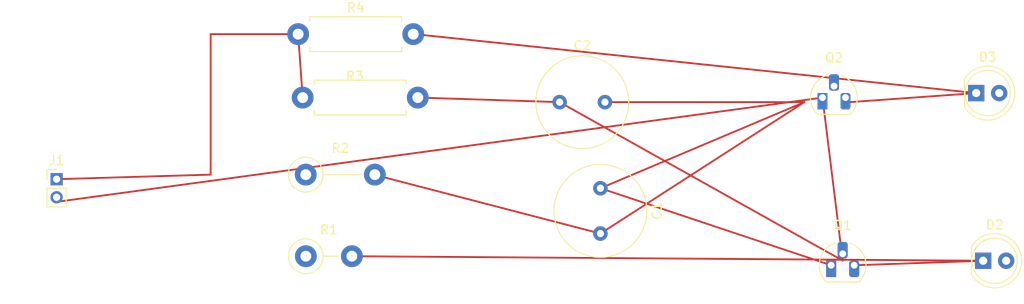
<source format=kicad_pcb>
(kicad_pcb (version 20240108) (generator "pcbnew") (generator_version "8.0")
  (layers (0 "F.Cu" signal) (31 "B.Cu" signal) (34 "B.Paste" user) (35 "F.Paste" user) (36 "B.SilkS" user "B.Silkscreen") (37 "F.SilkS" user "F.Silkscreen") (38 "B.Mask" user) (39 "F.Mask" user) (44 "Edge.Cuts" user))
  (net 0 "")
  (net 1 "Net-(D2-K)")
  (net 2 "Net-(Q2-B)")
  (net 3 "Net-(D3-K)")
  (net 4 "Net-(Q1-B)")
  (net 5 "Net-(D2-A)")
  (net 6 "Net-(D3-A)")
  (net 7 "Net-(J1-Pin_1)")
  (net 8 "Net-(J1-Pin_2)")
  (footprint "Capacitor_THT:C_Radial_D10.0mm_H12.5mm_P5.00mm" (layer "F.Cu") (at 103.5 49)
    (property "Reference" "C2" (at 2.5 -6.25 0) (layer "F.SilkS"))
    (property "Value" "10uf")
    (fp_circle (center 2.5 0) (end 7.62 0) (stroke (width 0.12)) (fill none) (layer "F.SilkS"))
    (pad "1" thru_hole circle (at 0 0) (size 1.6 1.6) (drill 0.8) (layers "*.Cu" "*.Mask") (net 4 "Net-(Q1-B)"))
    (pad "2" thru_hole circle (at 5 0) (size 1.6 1.6) (drill 0.8) (layers "*.Cu" "*.Mask") (net 3 "Net-(D3-K)"))
  )
  (footprint "LED_THT:LED_D5.0mm_IRGrey" (layer "F.Cu") (at 149.46 48)
    (property "Reference" "D3" (at 1.27 -3.96 0) (layer "F.SilkS"))
    (property "Value" "LED")
    (fp_line (start -1.29 -1.545) (end -1.29 1.545) (stroke (width 0.12)) (layer "F.SilkS"))
    (fp_arc (start -1.29 -1.54483) (mid 2.072002 -2.880433) (end 4.26 0.000462) (stroke (width 0.12)) (layer "F.SilkS"))
    (fp_arc (start 4.26 -0.000462) (mid 2.072002 2.880433) (end -1.29 1.54483) (stroke (width 0.12)) (layer "F.SilkS"))
    (fp_circle (center 1.27 0) (end 3.77 0) (stroke (width 0.12)) (fill none) (layer "F.SilkS"))
    (pad "1" thru_hole rect (at 0 0) (size 1.8 1.8) (drill 0.9) (layers "*.Cu" "*.Mask") (net 3 "Net-(D3-K)"))
    (pad "2" thru_hole circle (at 2.54 0) (size 1.8 1.8) (drill 0.9) (layers "*.Cu" "*.Mask") (net 6 "Net-(D3-A)"))
  )
  (footprint "Connector_PinHeader_2.00mm:PinHeader_1x02_P2.00mm_Vertical" (layer "F.Cu") (at 48 57.5)
    (property "Reference" "J1" (at 0 -2.06 0) (layer "F.SilkS"))
    (property "Value" "Conn_01x02_Pin")
    (fp_line (start -1.06 -1.06) (end 0 -1.06) (stroke (width 0.12)) (layer "F.SilkS"))
    (fp_line (start -1.06 0) (end -1.06 -1.06) (stroke (width 0.12)) (layer "F.SilkS"))
    (fp_line (start -1.06 1) (end -1.06 3.06) (stroke (width 0.12)) (layer "F.SilkS"))
    (fp_line (start -1.06 1) (end 1.06 1) (stroke (width 0.12)) (layer "F.SilkS"))
    (fp_line (start -1.06 3.06) (end 1.06 3.06) (stroke (width 0.12)) (layer "F.SilkS"))
    (fp_line (start 1.06 1) (end 1.06 3.06) (stroke (width 0.12)) (layer "F.SilkS"))
    (pad "1" thru_hole rect (at 0 0) (size 1.35 1.35) (drill 0.8) (layers "*.Cu" "*.Mask") (net 7 "Net-(J1-Pin_1)"))
    (pad "2" thru_hole oval (at 0 2) (size 1.35 1.35) (drill 0.8) (layers "*.Cu" "*.Mask") (net 8 "Net-(J1-Pin_2)"))
  )
  (footprint "Capacitor_THT:C_Radial_D10.0mm_H12.5mm_P5.00mm" (layer "F.Cu") (at 108 58.5 -90)
    (property "Reference" "C1" (at 2.5 -6.25 90) (layer "F.SilkS"))
    (property "Value" "10uF")
    (fp_circle (center 2.5 0) (end 7.62 0) (stroke (width 0.12)) (fill none) (layer "F.SilkS"))
    (pad "1" thru_hole circle (at 0 0 270) (size 1.6 1.6) (drill 0.8) (layers "*.Cu" "*.Mask") (net 1 "Net-(D2-K)"))
    (pad "2" thru_hole circle (at 5 0 270) (size 1.6 1.6) (drill 0.8) (layers "*.Cu" "*.Mask") (net 2 "Net-(Q2-B)"))
  )
  (footprint "Package_TO_SOT_THT:TO-92_HandSolder" (layer "F.Cu") (at 133.46 67)
    (property "Reference" "Q1" (at 1.27 -4.4 0) (layer "F.SilkS"))
    (property "Value" "2N3904")
    (fp_line (start -0.53 1.85) (end 3.07 1.85) (stroke (width 0.12)) (layer "F.SilkS"))
    (fp_arc (start -0.541875 1.841741) (mid -1.247231 -0.581764) (end 0.45 -2.45) (stroke (width 0.12)) (layer "F.SilkS"))
    (fp_arc (start 2.05 -2.45) (mid 3.769931 -0.601036) (end 3.078445 1.827684) (stroke (width 0.12)) (layer "F.SilkS"))
    (pad "1" thru_hole rect (at 0 0) (size 1.1 1.8) (drill 0.75 (offset 0 0.4)) (layers "*.Cu" "*.Mask") (net 1 "Net-(D2-K)"))
    (pad "2" thru_hole roundrect (at 1.27 -1.27) (size 1.1 1.8) (drill 0.75 (offset 0 -0.4)) (layers "*.Cu" "*.Mask") (net 4 "Net-(Q1-B)"))
    (pad "3" thru_hole roundrect (at 2.54 0) (size 1.1 1.8) (drill 0.75 (offset 0 0.4)) (layers "*.Cu" "*.Mask") (net 8 "Net-(J1-Pin_2)"))
  )
  (footprint "Package_TO_SOT_THT:TO-92_HandSolder" (layer "F.Cu") (at 132.5 48.5)
    (property "Reference" "Q2" (at 1.27 -4.4 0) (layer "F.SilkS"))
    (property "Value" "2N3904")
    (fp_line (start -0.53 1.85) (end 3.07 1.85) (stroke (width 0.12)) (layer "F.SilkS"))
    (fp_arc (start -0.541875 1.841741) (mid -1.247231 -0.581764) (end 0.45 -2.45) (stroke (width 0.12)) (layer "F.SilkS"))
    (fp_arc (start 2.05 -2.45) (mid 3.769931 -0.601036) (end 3.078445 1.827684) (stroke (width 0.12)) (layer "F.SilkS"))
    (pad "1" thru_hole rect (at 0 0) (size 1.1 1.8) (drill 0.75 (offset 0 0.4)) (layers "*.Cu" "*.Mask") (net 8 "Net-(J1-Pin_2)"))
    (pad "2" thru_hole roundrect (at 1.27 -1.27) (size 1.1 1.8) (drill 0.75 (offset 0 -0.4)) (layers "*.Cu" "*.Mask") (net 2 "Net-(Q2-B)"))
    (pad "3" thru_hole roundrect (at 2.54 0) (size 1.1 1.8) (drill 0.75 (offset 0 0.4)) (layers "*.Cu" "*.Mask") (net 3 "Net-(D3-K)"))
  )
  (footprint "Resistor_THT:R_Axial_DIN0411_L9.9mm_D3.6mm_P12.70mm_Horizontal" (layer "F.Cu") (at 74.65 41.5)
    (property "Reference" "R4" (at 6.35 -2.92 0) (layer "F.SilkS"))
    (property "Value" "470")
    (fp_line (start 1.28 -1.92) (end 11.42 -1.92) (stroke (width 0.12)) (layer "F.SilkS"))
    (fp_line (start 1.28 -1.44) (end 1.28 -1.92) (stroke (width 0.12)) (layer "F.SilkS"))
    (fp_line (start 1.28 1.44) (end 1.28 1.92) (stroke (width 0.12)) (layer "F.SilkS"))
    (fp_line (start 1.28 1.92) (end 11.42 1.92) (stroke (width 0.12)) (layer "F.SilkS"))
    (fp_line (start 11.42 -1.92) (end 11.42 -1.44) (stroke (width 0.12)) (layer "F.SilkS"))
    (fp_line (start 11.42 1.92) (end 11.42 1.44) (stroke (width 0.12)) (layer "F.SilkS"))
    (pad "1" thru_hole circle (at 0 0) (size 2.4 2.4) (drill 1.2) (layers "*.Cu" "*.Mask") (net 7 "Net-(J1-Pin_1)"))
    (pad "2" thru_hole oval (at 12.7 0) (size 2.4 2.4) (drill 1.2) (layers "*.Cu" "*.Mask") (net 6 "Net-(D3-A)"))
  )
  (footprint "LED_THT:LED_D5.0mm_IRBlack" (layer "F.Cu") (at 150.225 66.5)
    (property "Reference" "D2" (at 1.27 -3.96 0) (layer "F.SilkS"))
    (property "Value" "LED")
    (fp_line (start -1.29 -1.545) (end -1.29 1.545) (stroke (width 0.12)) (layer "F.SilkS"))
    (fp_arc (start -1.29 -1.54483) (mid 2.072002 -2.880433) (end 4.26 0.000462) (stroke (width 0.12)) (layer "F.SilkS"))
    (fp_arc (start 4.26 -0.000462) (mid 2.072002 2.880433) (end -1.29 1.54483) (stroke (width 0.12)) (layer "F.SilkS"))
    (fp_circle (center 1.27 0) (end 3.77 0) (stroke (width 0.12)) (fill none) (layer "F.SilkS"))
    (pad "1" thru_hole rect (at 0 0) (size 1.8 1.8) (drill 0.9) (layers "*.Cu" "*.Mask") (net 1 "Net-(D2-K)"))
    (pad "2" thru_hole circle (at 2.54 0) (size 1.8 1.8) (drill 0.9) (layers "*.Cu" "*.Mask") (net 5 "Net-(D2-A)"))
  )
  (footprint "Resistor_THT:R_Axial_DIN0411_L9.9mm_D3.6mm_P5.08mm_Vertical" (layer "F.Cu") (at 75.5 66)
    (property "Reference" "R1" (at 2.54 -2.92 0) (layer "F.SilkS"))
    (property "Value" "470")
    (fp_line (start 1.92 0) (end 3.58 0) (stroke (width 0.12)) (layer "F.SilkS"))
    (fp_circle (center 0 0) (end 1.92 0) (stroke (width 0.12)) (fill none) (layer "F.SilkS"))
    (pad "1" thru_hole circle (at 0 0) (size 2.4 2.4) (drill 1.2) (layers "*.Cu" "*.Mask") (net 7 "Net-(J1-Pin_1)"))
    (pad "2" thru_hole oval (at 5.08 0) (size 2.4 2.4) (drill 1.2) (layers "*.Cu" "*.Mask") (net 5 "Net-(D2-A)"))
  )
  (footprint "Resistor_THT:R_Axial_DIN0411_L9.9mm_D3.6mm_P7.62mm_Vertical" (layer "F.Cu") (at 75.49 57)
    (property "Reference" "R2" (at 3.81 -2.92 0) (layer "F.SilkS"))
    (property "Value" "47k")
    (fp_line (start 1.92 0) (end 6.12 0) (stroke (width 0.12)) (layer "F.SilkS"))
    (fp_circle (center 0 0) (end 1.92 0) (stroke (width 0.12)) (fill none) (layer "F.SilkS"))
    (pad "1" thru_hole circle (at 0 0) (size 2.4 2.4) (drill 1.2) (layers "*.Cu" "*.Mask") (net 7 "Net-(J1-Pin_1)"))
    (pad "2" thru_hole oval (at 7.62 0) (size 2.4 2.4) (drill 1.2) (layers "*.Cu" "*.Mask") (net 2 "Net-(Q2-B)"))
  )
  (footprint "Resistor_THT:R_Axial_DIN0411_L9.9mm_D3.6mm_P12.70mm_Horizontal" (layer "F.Cu") (at 75.15 48.5)
    (property "Reference" "R3" (at 5.75 -2.37 0) (layer "F.SilkS"))
    (property "Value" "47k")
    (fp_line (start 1.28 -1.92) (end 11.42 -1.92) (stroke (width 0.12)) (layer "F.SilkS"))
    (fp_line (start 1.28 -1.44) (end 1.28 -1.92) (stroke (width 0.12)) (layer "F.SilkS"))
    (fp_line (start 1.28 1.44) (end 1.28 1.92) (stroke (width 0.12)) (layer "F.SilkS"))
    (fp_line (start 1.28 1.92) (end 11.42 1.92) (stroke (width 0.12)) (layer "F.SilkS"))
    (fp_line (start 11.42 -1.92) (end 11.42 -1.44) (stroke (width 0.12)) (layer "F.SilkS"))
    (fp_line (start 11.42 1.92) (end 11.42 1.44) (stroke (width 0.12)) (layer "F.SilkS"))
    (pad "1" thru_hole circle (at 0 0) (size 2.4 2.4) (drill 1.2) (layers "*.Cu" "*.Mask") (net 7 "Net-(J1-Pin_1)"))
    (pad "2" thru_hole oval (at 12.7 0) (size 2.4 2.4) (drill 1.2) (layers "*.Cu" "*.Mask") (net 4 "Net-(Q1-B)"))
  )
  (gr_line (start 65 41.5) (end 74.65 41.5) (stroke (width 0.2)) (layer "F.Cu") (net 7))
  (gr_line (start 133.46 67) (end 108 58.5) (stroke (width 0.2)) (layer "F.Cu"))
  (gr_line (start 130.5 49) (end 108 58.5) (stroke (width 0.2)) (layer "F.Cu"))
  (gr_line (start 103.5 49) (end 134.73 66.48) (stroke (width 0.2)) (layer "F.Cu"))
  (gr_line (start 109 49) (end 130.5 49) (stroke (width 0.2)) (layer "F.Cu"))
  (gr_line (start 150.225 66.5) (end 136 67) (stroke (width 0.2)) (layer "F.Cu"))
  (gr_line (start 83 57) (end 108 63.5) (stroke (width 0.2)) (layer "F.Cu"))
  (gr_line (start 48 60) (end 132.5 48.5) (stroke (width 0.2)) (layer "F.Cu"))
  (gr_line (start 87.5 41.5) (end 149.46 48) (stroke (width 0.2)) (layer "F.Cu"))
  (gr_line (start 135.5 49) (end 149.46 48) (stroke (width 0.2)) (layer "F.Cu"))
  (gr_line (start 65 57) (end 65 41.5) (stroke (width 0.2)) (layer "F.Cu") (net 7))
  (gr_line (start 132.5 48.5) (end 134.73 66.48) (stroke (width 0.2)) (layer "F.Cu"))
  (gr_line (start 88 48.5) (end 103.5 49) (stroke (width 0.2)) (layer "F.Cu"))
  (gr_line (start 108 63.5) (end 130.5 49) (stroke (width 0.2)) (layer "F.Cu") (net 2))
  (gr_line (start 48 57.5) (end 65 57) (stroke (width 0.2)) (layer "F.Cu") (net 7))
  (gr_line (start 74.65 41.5) (end 75.15 48.5) (stroke (width 0.2)) (layer "F.Cu") (net 7))
  (gr_line (start 80.5 66) (end 150.225 66.5) (stroke (width 0.2)) (layer "F.Cu"))
)
</source>
